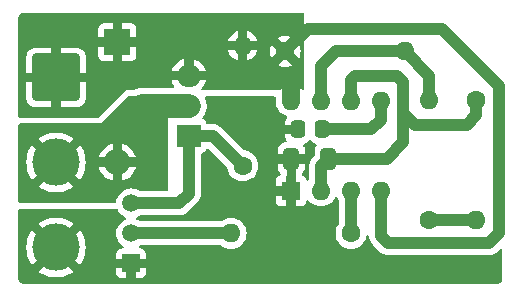
<source format=gbr>
%TF.GenerationSoftware,KiCad,Pcbnew,(6.0.6)*%
%TF.CreationDate,2022-07-21T08:40:51-04:00*%
%TF.ProjectId,electronic_flasher_relay,656c6563-7472-46f6-9e69-635f666c6173,rev?*%
%TF.SameCoordinates,PX5b8d800PY5204180*%
%TF.FileFunction,Copper,L2,Bot*%
%TF.FilePolarity,Positive*%
%FSLAX46Y46*%
G04 Gerber Fmt 4.6, Leading zero omitted, Abs format (unit mm)*
G04 Created by KiCad (PCBNEW (6.0.6)) date 2022-07-21 08:40:51*
%MOMM*%
%LPD*%
G01*
G04 APERTURE LIST*
G04 Aperture macros list*
%AMRoundRect*
0 Rectangle with rounded corners*
0 $1 Rounding radius*
0 $2 $3 $4 $5 $6 $7 $8 $9 X,Y pos of 4 corners*
0 Add a 4 corners polygon primitive as box body*
4,1,4,$2,$3,$4,$5,$6,$7,$8,$9,$2,$3,0*
0 Add four circle primitives for the rounded corners*
1,1,$1+$1,$2,$3*
1,1,$1+$1,$4,$5*
1,1,$1+$1,$6,$7*
1,1,$1+$1,$8,$9*
0 Add four rect primitives between the rounded corners*
20,1,$1+$1,$2,$3,$4,$5,0*
20,1,$1+$1,$4,$5,$6,$7,0*
20,1,$1+$1,$6,$7,$8,$9,0*
20,1,$1+$1,$8,$9,$2,$3,0*%
G04 Aperture macros list end*
%TA.AperFunction,ComponentPad*%
%ADD10RoundRect,0.250000X-1.750000X1.750000X-1.750000X-1.750000X1.750000X-1.750000X1.750000X1.750000X0*%
%TD*%
%TA.AperFunction,ComponentPad*%
%ADD11C,4.000000*%
%TD*%
%TA.AperFunction,SMDPad,CuDef*%
%ADD12RoundRect,0.250000X0.412500X0.650000X-0.412500X0.650000X-0.412500X-0.650000X0.412500X-0.650000X0*%
%TD*%
%TA.AperFunction,ComponentPad*%
%ADD13R,1.600000X1.600000*%
%TD*%
%TA.AperFunction,ComponentPad*%
%ADD14O,1.600000X1.600000*%
%TD*%
%TA.AperFunction,ComponentPad*%
%ADD15C,1.600000*%
%TD*%
%TA.AperFunction,ComponentPad*%
%ADD16R,2.000000X1.905000*%
%TD*%
%TA.AperFunction,ComponentPad*%
%ADD17O,2.000000X1.905000*%
%TD*%
%TA.AperFunction,ComponentPad*%
%ADD18R,1.500000X1.500000*%
%TD*%
%TA.AperFunction,ComponentPad*%
%ADD19C,1.500000*%
%TD*%
%TA.AperFunction,ComponentPad*%
%ADD20R,2.200000X2.200000*%
%TD*%
%TA.AperFunction,ComponentPad*%
%ADD21O,2.200000X2.200000*%
%TD*%
%TA.AperFunction,SMDPad,CuDef*%
%ADD22RoundRect,0.250000X0.337500X0.475000X-0.337500X0.475000X-0.337500X-0.475000X0.337500X-0.475000X0*%
%TD*%
%TA.AperFunction,Conductor*%
%ADD23C,1.500000*%
%TD*%
%TA.AperFunction,Conductor*%
%ADD24C,2.000000*%
%TD*%
%TA.AperFunction,Conductor*%
%ADD25C,1.000000*%
%TD*%
G04 APERTURE END LIST*
D10*
%TO.P,J1,1,Pin_1*%
%TO.N,+12V*%
X4700000Y-7000000D03*
D11*
%TO.P,J1,2,Pin_2*%
%TO.N,/OUT*%
X4700000Y-14200000D03*
%TO.P,J1,3,Pin_3*%
%TO.N,GND*%
X4700000Y-21400000D03*
%TD*%
D12*
%TO.P,C1,1*%
%TO.N,Net-(C1-Pad1)*%
X27762500Y-13900000D03*
%TO.P,C1,2*%
%TO.N,GND*%
X24637500Y-13900000D03*
%TD*%
D13*
%TO.P,U1,1,GND*%
%TO.N,GND*%
X24600000Y-16600000D03*
D14*
%TO.P,U1,2,TR*%
%TO.N,Net-(C1-Pad1)*%
X27140000Y-16600000D03*
%TO.P,U1,3,Q*%
%TO.N,Net-(R4-Pad1)*%
X29680000Y-16600000D03*
%TO.P,U1,4,R*%
%TO.N,+12V*%
X32220000Y-16600000D03*
%TO.P,U1,5,CV*%
%TO.N,Net-(C2-Pad1)*%
X32220000Y-8980000D03*
%TO.P,U1,6,THR*%
%TO.N,Net-(C1-Pad1)*%
X29680000Y-8980000D03*
%TO.P,U1,7,DIS*%
%TO.N,Net-(R1-Pad2)*%
X27140000Y-8980000D03*
%TO.P,U1,8,VCC*%
%TO.N,+12V*%
X24600000Y-8980000D03*
%TD*%
D15*
%TO.P,R5,1*%
%TO.N,Net-(Q1-Pad3)*%
X20500000Y-14480000D03*
D14*
%TO.P,R5,2*%
%TO.N,+12V*%
X20500000Y-4320000D03*
%TD*%
D15*
%TO.P,R4,1*%
%TO.N,Net-(R4-Pad1)*%
X29680000Y-20200000D03*
D14*
%TO.P,R4,2*%
%TO.N,Net-(Q1-Pad2)*%
X19520000Y-20200000D03*
%TD*%
D15*
%TO.P,R3,1*%
%TO.N,Net-(C1-Pad1)*%
X40300000Y-8920000D03*
D14*
%TO.P,R3,2*%
%TO.N,Net-(R2-Pad1)*%
X40300000Y-19080000D03*
%TD*%
D15*
%TO.P,R2,1*%
%TO.N,Net-(R2-Pad1)*%
X36300000Y-19100000D03*
D14*
%TO.P,R2,2*%
%TO.N,Net-(R1-Pad2)*%
X36300000Y-8940000D03*
%TD*%
D15*
%TO.P,R1,1*%
%TO.N,+12V*%
X24100000Y-4800000D03*
D14*
%TO.P,R1,2*%
%TO.N,Net-(R1-Pad2)*%
X34260000Y-4800000D03*
%TD*%
D16*
%TO.P,Q2,1,G*%
%TO.N,Net-(Q1-Pad3)*%
X15945000Y-11940000D03*
D17*
%TO.P,Q2,2,D*%
%TO.N,/OUT*%
X15945000Y-9400000D03*
%TO.P,Q2,3,S*%
%TO.N,+12V*%
X15945000Y-6860000D03*
%TD*%
D18*
%TO.P,Q1,1,E*%
%TO.N,GND*%
X11060000Y-22740000D03*
D19*
%TO.P,Q1,2,B*%
%TO.N,Net-(Q1-Pad2)*%
X11060000Y-20200000D03*
%TO.P,Q1,3,C*%
%TO.N,Net-(Q1-Pad3)*%
X11060000Y-17660000D03*
%TD*%
D20*
%TO.P,D1,1,K*%
%TO.N,+12V*%
X9900000Y-4020000D03*
D21*
%TO.P,D1,2,A*%
%TO.N,/OUT*%
X9900000Y-14180000D03*
%TD*%
D22*
%TO.P,C2,1*%
%TO.N,Net-(C2-Pad1)*%
X27237500Y-11400000D03*
%TO.P,C2,2*%
%TO.N,GND*%
X25162500Y-11400000D03*
%TD*%
D23*
%TO.N,+12V*%
X24600000Y-8980000D02*
X24600000Y-7100000D01*
D24*
%TO.N,/OUT*%
X15945000Y-9400000D02*
X12000000Y-9400000D01*
D25*
%TO.N,Net-(Q1-Pad3)*%
X11060000Y-17660000D02*
X15140000Y-17660000D01*
X15140000Y-17660000D02*
X15945000Y-16855000D01*
X15945000Y-16855000D02*
X15945000Y-11940000D01*
%TO.N,Net-(C1-Pad1)*%
X27762500Y-13900000D02*
X32700000Y-13900000D01*
X32700000Y-13900000D02*
X34100000Y-12500000D01*
X34100000Y-12500000D02*
X34100000Y-10000000D01*
X27140000Y-16600000D02*
X27140000Y-14522500D01*
X27140000Y-14522500D02*
X27762500Y-13900000D01*
%TO.N,Net-(C2-Pad1)*%
X27237500Y-11400000D02*
X31400000Y-11400000D01*
X31400000Y-11400000D02*
X32220000Y-10580000D01*
X32220000Y-10580000D02*
X32220000Y-8980000D01*
%TO.N,+12V*%
X32220000Y-16600000D02*
X32220000Y-20420000D01*
X32220000Y-20420000D02*
X32800000Y-21000000D01*
X32800000Y-21000000D02*
X41400000Y-21000000D01*
X41400000Y-21000000D02*
X42200000Y-20200000D01*
X26000000Y-2900000D02*
X24100000Y-4800000D01*
X42200000Y-20200000D02*
X42200000Y-7700000D01*
X42200000Y-7700000D02*
X37400000Y-2900000D01*
X37400000Y-2900000D02*
X26000000Y-2900000D01*
%TO.N,Net-(C1-Pad1)*%
X29680000Y-8980000D02*
X29680000Y-7220000D01*
X29680000Y-7220000D02*
X30000000Y-6900000D01*
X34100000Y-7400000D02*
X34100000Y-10000000D01*
X30000000Y-6900000D02*
X33600000Y-6900000D01*
X39500000Y-11000000D02*
X40300000Y-10200000D01*
X33600000Y-6900000D02*
X34100000Y-7400000D01*
X34100000Y-10000000D02*
X35100000Y-11000000D01*
X35100000Y-11000000D02*
X39500000Y-11000000D01*
X40300000Y-10200000D02*
X40300000Y-8920000D01*
%TO.N,Net-(R1-Pad2)*%
X36300000Y-8940000D02*
X36300000Y-6840000D01*
X36300000Y-6840000D02*
X34260000Y-4800000D01*
X34260000Y-4800000D02*
X28400000Y-4800000D01*
X28400000Y-4800000D02*
X27140000Y-6060000D01*
X27140000Y-6060000D02*
X27140000Y-8980000D01*
%TO.N,Net-(R2-Pad1)*%
X36300000Y-19100000D02*
X40280000Y-19100000D01*
%TO.N,Net-(Q1-Pad2)*%
X19520000Y-20200000D02*
X11060000Y-20200000D01*
%TO.N,Net-(R4-Pad1)*%
X29680000Y-16600000D02*
X29680000Y-20200000D01*
%TO.N,Net-(Q1-Pad3)*%
X15945000Y-11940000D02*
X17960000Y-11940000D01*
X17960000Y-11940000D02*
X20500000Y-14480000D01*
%TD*%
%TA.AperFunction,Conductor*%
%TO.N,+12V*%
G36*
X25642121Y-1528502D02*
G01*
X25688614Y-1582158D01*
X25700000Y-1634500D01*
X25700000Y-7926019D01*
X25679998Y-7994140D01*
X25626342Y-8040633D01*
X25556068Y-8050737D01*
X25491488Y-8021243D01*
X25484905Y-8015114D01*
X25447875Y-7978084D01*
X25439467Y-7971028D01*
X25261007Y-7846069D01*
X25251511Y-7840586D01*
X25054050Y-7748509D01*
X25043760Y-7744764D01*
X25017499Y-7737727D01*
X25003401Y-7738062D01*
X25000000Y-7746003D01*
X25000000Y-8100000D01*
X24200000Y-8100000D01*
X24200000Y-7751153D01*
X24196027Y-7737622D01*
X24187479Y-7736393D01*
X24156240Y-7744764D01*
X24145950Y-7748509D01*
X23948489Y-7840586D01*
X23938993Y-7846069D01*
X23760533Y-7971028D01*
X23752125Y-7978084D01*
X23667114Y-8063095D01*
X23604802Y-8097121D01*
X23578019Y-8100000D01*
X17125656Y-8100000D01*
X17057535Y-8079998D01*
X17011042Y-8026342D01*
X17000938Y-7956068D01*
X17030432Y-7891488D01*
X17040857Y-7880806D01*
X17060481Y-7862950D01*
X17067506Y-7855417D01*
X17209945Y-7675056D01*
X17215650Y-7666469D01*
X17326714Y-7465278D01*
X17330944Y-7455866D01*
X17394257Y-7277076D01*
X17395029Y-7262996D01*
X17389318Y-7260000D01*
X14509740Y-7260000D01*
X14496209Y-7263973D01*
X14495205Y-7270955D01*
X14544898Y-7422988D01*
X14548895Y-7432497D01*
X14655011Y-7636344D01*
X14660505Y-7645069D01*
X14694126Y-7689847D01*
X14719032Y-7756331D01*
X14704040Y-7825727D01*
X14653910Y-7876001D01*
X14593366Y-7891500D01*
X11938999Y-7891500D01*
X11936491Y-7891702D01*
X11936486Y-7891702D01*
X11763076Y-7905654D01*
X11763071Y-7905655D01*
X11758035Y-7906060D01*
X11753127Y-7907266D01*
X11753124Y-7907266D01*
X11554437Y-7956068D01*
X11522294Y-7963963D01*
X11517642Y-7965938D01*
X11517638Y-7965939D01*
X11406372Y-8013169D01*
X11298844Y-8058812D01*
X11264214Y-8080620D01*
X11197071Y-8100000D01*
X10600000Y-8100000D01*
X8336905Y-10363095D01*
X8274593Y-10397121D01*
X8247810Y-10400000D01*
X1634500Y-10400000D01*
X1566379Y-10379998D01*
X1519886Y-10326342D01*
X1508500Y-10274000D01*
X1508500Y-8797095D01*
X2192001Y-8797095D01*
X2192338Y-8803614D01*
X2202257Y-8899206D01*
X2205149Y-8912600D01*
X2256588Y-9066784D01*
X2262761Y-9079962D01*
X2348063Y-9217807D01*
X2357099Y-9229208D01*
X2471829Y-9343739D01*
X2483240Y-9352751D01*
X2621243Y-9437816D01*
X2634424Y-9443963D01*
X2788710Y-9495138D01*
X2802086Y-9498005D01*
X2896438Y-9507672D01*
X2902854Y-9508000D01*
X4281885Y-9508000D01*
X4297124Y-9503525D01*
X4298329Y-9502135D01*
X4300000Y-9494452D01*
X4300000Y-9489884D01*
X5100000Y-9489884D01*
X5104475Y-9505123D01*
X5105865Y-9506328D01*
X5113548Y-9507999D01*
X6497095Y-9507999D01*
X6503614Y-9507662D01*
X6599206Y-9497743D01*
X6612600Y-9494851D01*
X6766784Y-9443412D01*
X6779962Y-9437239D01*
X6917807Y-9351937D01*
X6929208Y-9342901D01*
X7043739Y-9228171D01*
X7052751Y-9216760D01*
X7137816Y-9078757D01*
X7143963Y-9065576D01*
X7195138Y-8911290D01*
X7198005Y-8897914D01*
X7207672Y-8803562D01*
X7208000Y-8797146D01*
X7208000Y-7418115D01*
X7203525Y-7402876D01*
X7202135Y-7401671D01*
X7194452Y-7400000D01*
X5118115Y-7400000D01*
X5102876Y-7404475D01*
X5101671Y-7405865D01*
X5100000Y-7413548D01*
X5100000Y-9489884D01*
X4300000Y-9489884D01*
X4300000Y-7418115D01*
X4295525Y-7402876D01*
X4294135Y-7401671D01*
X4286452Y-7400000D01*
X2210116Y-7400000D01*
X2194877Y-7404475D01*
X2193672Y-7405865D01*
X2192001Y-7413548D01*
X2192001Y-8797095D01*
X1508500Y-8797095D01*
X1508500Y-6581885D01*
X2192000Y-6581885D01*
X2196475Y-6597124D01*
X2197865Y-6598329D01*
X2205548Y-6600000D01*
X4281885Y-6600000D01*
X4297124Y-6595525D01*
X4298329Y-6594135D01*
X4300000Y-6586452D01*
X4300000Y-6581885D01*
X5100000Y-6581885D01*
X5104475Y-6597124D01*
X5105865Y-6598329D01*
X5113548Y-6600000D01*
X7189884Y-6600000D01*
X7205123Y-6595525D01*
X7206328Y-6594135D01*
X7207999Y-6586452D01*
X7207999Y-6457004D01*
X14494971Y-6457004D01*
X14500682Y-6460000D01*
X15526885Y-6460000D01*
X15542124Y-6455525D01*
X15543329Y-6454135D01*
X15545000Y-6446452D01*
X15545000Y-6441885D01*
X16345000Y-6441885D01*
X16349475Y-6457124D01*
X16350865Y-6458329D01*
X16358548Y-6460000D01*
X17380260Y-6460000D01*
X17393791Y-6456027D01*
X17394795Y-6449045D01*
X17345102Y-6297012D01*
X17341105Y-6287503D01*
X17234989Y-6083656D01*
X17229495Y-6074931D01*
X17145993Y-5963717D01*
X23507587Y-5963717D01*
X23511330Y-5968717D01*
X23645947Y-6031490D01*
X23656239Y-6035236D01*
X23866688Y-6091625D01*
X23877481Y-6093528D01*
X24094525Y-6112517D01*
X24105475Y-6112517D01*
X24322519Y-6093528D01*
X24333312Y-6091625D01*
X24543761Y-6035236D01*
X24554053Y-6031490D01*
X24682046Y-5971806D01*
X24692630Y-5962487D01*
X24690823Y-5956509D01*
X24112811Y-5378496D01*
X24098868Y-5370883D01*
X24097034Y-5371014D01*
X24090420Y-5375265D01*
X23514344Y-5951342D01*
X23507587Y-5963717D01*
X17145993Y-5963717D01*
X17091507Y-5891148D01*
X17084664Y-5883441D01*
X16918509Y-5724661D01*
X16910499Y-5718174D01*
X16720653Y-5588670D01*
X16711679Y-5583571D01*
X16503227Y-5486812D01*
X16493550Y-5483251D01*
X16362459Y-5446896D01*
X16348356Y-5447109D01*
X16345000Y-5454760D01*
X16345000Y-6441885D01*
X15545000Y-6441885D01*
X15545000Y-5460709D01*
X15541027Y-5447178D01*
X15531947Y-5445873D01*
X15430229Y-5471422D01*
X15420481Y-5474741D01*
X15209711Y-5566385D01*
X15200636Y-5571251D01*
X15007673Y-5696085D01*
X14999502Y-5702378D01*
X14829520Y-5857050D01*
X14822494Y-5864583D01*
X14680055Y-6044944D01*
X14674350Y-6053531D01*
X14563286Y-6254722D01*
X14559056Y-6264134D01*
X14495743Y-6442924D01*
X14494971Y-6457004D01*
X7207999Y-6457004D01*
X7207999Y-5202905D01*
X7207662Y-5196386D01*
X7204371Y-5164669D01*
X8292001Y-5164669D01*
X8292371Y-5171490D01*
X8297895Y-5222352D01*
X8301521Y-5237604D01*
X8346676Y-5358054D01*
X8355214Y-5373649D01*
X8431715Y-5475724D01*
X8444276Y-5488285D01*
X8546351Y-5564786D01*
X8561946Y-5573324D01*
X8682394Y-5618478D01*
X8697649Y-5622105D01*
X8748514Y-5627631D01*
X8755328Y-5628000D01*
X9481885Y-5628000D01*
X9497124Y-5623525D01*
X9498329Y-5622135D01*
X9500000Y-5614452D01*
X9500000Y-5609884D01*
X10300000Y-5609884D01*
X10304475Y-5625123D01*
X10305865Y-5626328D01*
X10313548Y-5627999D01*
X11044669Y-5627999D01*
X11051490Y-5627629D01*
X11102352Y-5622105D01*
X11117604Y-5618479D01*
X11238054Y-5573324D01*
X11253649Y-5564786D01*
X11355724Y-5488285D01*
X11368285Y-5475724D01*
X11444786Y-5373649D01*
X11453324Y-5358054D01*
X11498478Y-5237606D01*
X11502105Y-5222351D01*
X11507631Y-5171486D01*
X11508000Y-5164672D01*
X11508000Y-4732521D01*
X19256393Y-4732521D01*
X19264764Y-4763760D01*
X19268509Y-4774050D01*
X19360586Y-4971511D01*
X19366069Y-4981007D01*
X19491028Y-5159467D01*
X19498084Y-5167875D01*
X19652125Y-5321916D01*
X19660533Y-5328972D01*
X19838993Y-5453931D01*
X19848489Y-5459414D01*
X20045950Y-5551491D01*
X20056240Y-5555236D01*
X20082501Y-5562273D01*
X20096599Y-5561938D01*
X20100000Y-5553997D01*
X20100000Y-5548847D01*
X20900000Y-5548847D01*
X20903973Y-5562378D01*
X20912521Y-5563607D01*
X20943760Y-5555236D01*
X20954050Y-5551491D01*
X21151511Y-5459414D01*
X21161007Y-5453931D01*
X21339467Y-5328972D01*
X21347875Y-5321916D01*
X21501916Y-5167875D01*
X21508972Y-5159467D01*
X21633931Y-4981007D01*
X21639414Y-4971511D01*
X21716837Y-4805475D01*
X22787483Y-4805475D01*
X22806472Y-5022519D01*
X22808375Y-5033312D01*
X22864764Y-5243761D01*
X22868510Y-5254053D01*
X22928194Y-5382046D01*
X22937513Y-5392630D01*
X22943491Y-5390823D01*
X23521504Y-4812811D01*
X23527881Y-4801132D01*
X24670883Y-4801132D01*
X24671014Y-4802966D01*
X24675265Y-4809580D01*
X25251342Y-5385656D01*
X25263717Y-5392413D01*
X25268717Y-5388670D01*
X25331490Y-5254053D01*
X25335236Y-5243761D01*
X25391625Y-5033312D01*
X25393528Y-5022519D01*
X25412517Y-4805475D01*
X25412517Y-4794525D01*
X25393528Y-4577481D01*
X25391625Y-4566688D01*
X25335236Y-4356239D01*
X25331490Y-4345947D01*
X25271806Y-4217954D01*
X25262487Y-4207370D01*
X25256509Y-4209177D01*
X24678496Y-4787189D01*
X24670883Y-4801132D01*
X23527881Y-4801132D01*
X23529117Y-4798868D01*
X23528986Y-4797034D01*
X23524735Y-4790420D01*
X22948658Y-4214344D01*
X22936283Y-4207587D01*
X22931283Y-4211330D01*
X22868510Y-4345947D01*
X22864764Y-4356239D01*
X22808375Y-4566688D01*
X22806472Y-4577481D01*
X22787483Y-4794525D01*
X22787483Y-4805475D01*
X21716837Y-4805475D01*
X21731491Y-4774050D01*
X21735236Y-4763760D01*
X21742273Y-4737499D01*
X21741938Y-4723401D01*
X21733997Y-4720000D01*
X20918115Y-4720000D01*
X20902876Y-4724475D01*
X20901671Y-4725865D01*
X20900000Y-4733548D01*
X20900000Y-5548847D01*
X20100000Y-5548847D01*
X20100000Y-4738115D01*
X20095525Y-4722876D01*
X20094135Y-4721671D01*
X20086452Y-4720000D01*
X19271153Y-4720000D01*
X19257622Y-4723973D01*
X19256393Y-4732521D01*
X11508000Y-4732521D01*
X11508000Y-4438115D01*
X11503525Y-4422876D01*
X11502135Y-4421671D01*
X11494452Y-4420000D01*
X10318115Y-4420000D01*
X10302876Y-4424475D01*
X10301671Y-4425865D01*
X10300000Y-4433548D01*
X10300000Y-5609884D01*
X9500000Y-5609884D01*
X9500000Y-4438115D01*
X9495525Y-4422876D01*
X9494135Y-4421671D01*
X9486452Y-4420000D01*
X8310116Y-4420000D01*
X8294877Y-4424475D01*
X8293672Y-4425865D01*
X8292001Y-4433548D01*
X8292001Y-5164669D01*
X7204371Y-5164669D01*
X7197743Y-5100794D01*
X7194851Y-5087400D01*
X7143412Y-4933216D01*
X7137239Y-4920038D01*
X7051937Y-4782193D01*
X7042901Y-4770792D01*
X6928171Y-4656261D01*
X6916760Y-4647249D01*
X6778757Y-4562184D01*
X6765576Y-4556037D01*
X6611290Y-4504862D01*
X6597914Y-4501995D01*
X6503562Y-4492328D01*
X6497145Y-4492000D01*
X5118115Y-4492000D01*
X5102876Y-4496475D01*
X5101671Y-4497865D01*
X5100000Y-4505548D01*
X5100000Y-6581885D01*
X4300000Y-6581885D01*
X4300000Y-4510116D01*
X4295525Y-4494877D01*
X4294135Y-4493672D01*
X4286452Y-4492001D01*
X2902905Y-4492001D01*
X2896386Y-4492338D01*
X2800794Y-4502257D01*
X2787400Y-4505149D01*
X2633216Y-4556588D01*
X2620038Y-4562761D01*
X2482193Y-4648063D01*
X2470792Y-4657099D01*
X2356261Y-4771829D01*
X2347249Y-4783240D01*
X2262184Y-4921243D01*
X2256037Y-4934424D01*
X2204862Y-5088710D01*
X2201995Y-5102086D01*
X2192328Y-5196438D01*
X2192000Y-5202855D01*
X2192000Y-6581885D01*
X1508500Y-6581885D01*
X1508500Y-3902501D01*
X19257727Y-3902501D01*
X19258062Y-3916599D01*
X19266003Y-3920000D01*
X20081885Y-3920000D01*
X20097124Y-3915525D01*
X20098329Y-3914135D01*
X20100000Y-3906452D01*
X20100000Y-3901885D01*
X20900000Y-3901885D01*
X20904475Y-3917124D01*
X20905865Y-3918329D01*
X20913548Y-3920000D01*
X21728847Y-3920000D01*
X21742378Y-3916027D01*
X21743607Y-3907479D01*
X21735236Y-3876240D01*
X21731491Y-3865950D01*
X21639414Y-3668489D01*
X21633931Y-3658993D01*
X21618891Y-3637513D01*
X23507370Y-3637513D01*
X23509177Y-3643491D01*
X24087189Y-4221504D01*
X24101132Y-4229117D01*
X24102966Y-4228986D01*
X24109580Y-4224735D01*
X24685656Y-3648658D01*
X24692413Y-3636283D01*
X24688670Y-3631283D01*
X24554053Y-3568510D01*
X24543761Y-3564764D01*
X24333312Y-3508375D01*
X24322519Y-3506472D01*
X24105475Y-3487483D01*
X24094525Y-3487483D01*
X23877481Y-3506472D01*
X23866688Y-3508375D01*
X23656239Y-3564764D01*
X23645947Y-3568510D01*
X23517954Y-3628194D01*
X23507370Y-3637513D01*
X21618891Y-3637513D01*
X21508972Y-3480533D01*
X21501916Y-3472125D01*
X21347875Y-3318084D01*
X21339467Y-3311028D01*
X21161007Y-3186069D01*
X21151511Y-3180586D01*
X20954050Y-3088509D01*
X20943760Y-3084764D01*
X20917499Y-3077727D01*
X20903401Y-3078062D01*
X20900000Y-3086003D01*
X20900000Y-3901885D01*
X20100000Y-3901885D01*
X20100000Y-3091153D01*
X20096027Y-3077622D01*
X20087479Y-3076393D01*
X20056240Y-3084764D01*
X20045950Y-3088509D01*
X19848489Y-3180586D01*
X19838993Y-3186069D01*
X19660533Y-3311028D01*
X19652125Y-3318084D01*
X19498084Y-3472125D01*
X19491028Y-3480533D01*
X19366069Y-3658993D01*
X19360586Y-3668489D01*
X19268509Y-3865950D01*
X19264764Y-3876240D01*
X19257727Y-3902501D01*
X1508500Y-3902501D01*
X1508500Y-3601885D01*
X8292000Y-3601885D01*
X8296475Y-3617124D01*
X8297865Y-3618329D01*
X8305548Y-3620000D01*
X9481885Y-3620000D01*
X9497124Y-3615525D01*
X9498329Y-3614135D01*
X9500000Y-3606452D01*
X9500000Y-3601885D01*
X10300000Y-3601885D01*
X10304475Y-3617124D01*
X10305865Y-3618329D01*
X10313548Y-3620000D01*
X11489884Y-3620000D01*
X11505123Y-3615525D01*
X11506328Y-3614135D01*
X11507999Y-3606452D01*
X11507999Y-2875331D01*
X11507629Y-2868510D01*
X11502105Y-2817648D01*
X11498479Y-2802396D01*
X11453324Y-2681946D01*
X11444786Y-2666351D01*
X11368285Y-2564276D01*
X11355724Y-2551715D01*
X11253649Y-2475214D01*
X11238054Y-2466676D01*
X11117606Y-2421522D01*
X11102351Y-2417895D01*
X11051486Y-2412369D01*
X11044672Y-2412000D01*
X10318115Y-2412000D01*
X10302876Y-2416475D01*
X10301671Y-2417865D01*
X10300000Y-2425548D01*
X10300000Y-3601885D01*
X9500000Y-3601885D01*
X9500000Y-2430116D01*
X9495525Y-2414877D01*
X9494135Y-2413672D01*
X9486452Y-2412001D01*
X8755331Y-2412001D01*
X8748510Y-2412371D01*
X8697648Y-2417895D01*
X8682396Y-2421521D01*
X8561946Y-2466676D01*
X8546351Y-2475214D01*
X8444276Y-2551715D01*
X8431715Y-2564276D01*
X8355214Y-2666351D01*
X8346676Y-2681946D01*
X8301522Y-2802394D01*
X8297895Y-2817649D01*
X8292369Y-2868514D01*
X8292000Y-2875328D01*
X8292000Y-3601885D01*
X1508500Y-3601885D01*
X1508500Y-2053250D01*
X1510246Y-2032345D01*
X1512770Y-2017344D01*
X1512770Y-2017341D01*
X1513576Y-2012552D01*
X1513729Y-2000000D01*
X1513040Y-1995188D01*
X1512723Y-1990327D01*
X1513008Y-1990308D01*
X1512607Y-1963549D01*
X1519234Y-1904736D01*
X1525513Y-1877229D01*
X1552485Y-1800147D01*
X1564727Y-1774726D01*
X1608178Y-1705574D01*
X1625770Y-1683515D01*
X1683515Y-1625770D01*
X1705574Y-1608178D01*
X1774726Y-1564727D01*
X1800147Y-1552485D01*
X1877228Y-1525513D01*
X1904736Y-1519234D01*
X1960226Y-1512982D01*
X1975868Y-1513077D01*
X1975879Y-1512200D01*
X1984851Y-1512310D01*
X1993724Y-1513691D01*
X2002626Y-1512527D01*
X2002628Y-1512527D01*
X2017677Y-1510559D01*
X2025286Y-1509564D01*
X2041621Y-1508500D01*
X25574000Y-1508500D01*
X25642121Y-1528502D01*
G37*
%TD.AperFunction*%
%TD*%
%TA.AperFunction,Conductor*%
%TO.N,/OUT*%
G36*
X14142121Y-8620002D02*
G01*
X14188614Y-8673658D01*
X14200000Y-8726000D01*
X14200000Y-16525500D01*
X14179998Y-16593621D01*
X14126342Y-16640114D01*
X14074000Y-16651500D01*
X11853568Y-16651500D01*
X11781297Y-16628713D01*
X11776218Y-16625156D01*
X11691654Y-16565944D01*
X11492076Y-16472880D01*
X11279371Y-16415885D01*
X11060000Y-16396693D01*
X10840629Y-16415885D01*
X10627924Y-16472880D01*
X10534562Y-16516415D01*
X10433334Y-16563618D01*
X10433329Y-16563621D01*
X10428347Y-16565944D01*
X10423840Y-16569100D01*
X10423838Y-16569101D01*
X10252473Y-16689092D01*
X10252470Y-16689094D01*
X10247962Y-16692251D01*
X10092251Y-16847962D01*
X10089094Y-16852470D01*
X10089092Y-16852473D01*
X9969101Y-17023838D01*
X9965944Y-17028347D01*
X9963621Y-17033329D01*
X9963618Y-17033334D01*
X9916415Y-17134562D01*
X9872880Y-17227924D01*
X9815885Y-17440629D01*
X9812005Y-17484981D01*
X9786142Y-17551099D01*
X9728639Y-17592739D01*
X9686484Y-17600000D01*
X1634500Y-17600000D01*
X1566379Y-17579998D01*
X1519886Y-17526342D01*
X1508500Y-17474000D01*
X1508500Y-16232873D01*
X3238310Y-16232873D01*
X3247139Y-16244493D01*
X3350280Y-16319430D01*
X3356961Y-16323670D01*
X3626572Y-16471890D01*
X3633707Y-16475247D01*
X3919770Y-16588508D01*
X3927296Y-16590953D01*
X4225279Y-16667462D01*
X4233050Y-16668945D01*
X4538278Y-16707503D01*
X4546169Y-16708000D01*
X4853831Y-16708000D01*
X4861722Y-16707503D01*
X5166950Y-16668945D01*
X5174721Y-16667462D01*
X5472704Y-16590953D01*
X5480230Y-16588508D01*
X5766293Y-16475247D01*
X5773428Y-16471890D01*
X6043039Y-16323670D01*
X6049720Y-16319430D01*
X6153234Y-16244223D01*
X6161657Y-16233300D01*
X6154753Y-16220439D01*
X4712810Y-14778495D01*
X4698869Y-14770883D01*
X4697034Y-14771014D01*
X4690420Y-14775265D01*
X3244923Y-16220763D01*
X3238310Y-16232873D01*
X1508500Y-16232873D01*
X1508500Y-14203958D01*
X2187290Y-14203958D01*
X2206607Y-14510994D01*
X2207600Y-14518855D01*
X2265246Y-14821046D01*
X2267217Y-14828723D01*
X2362284Y-15121309D01*
X2365199Y-15128672D01*
X2496189Y-15407041D01*
X2500001Y-15413974D01*
X2653484Y-15655825D01*
X2664090Y-15665122D01*
X2673363Y-15660951D01*
X4121505Y-14212810D01*
X4127882Y-14201131D01*
X5270883Y-14201131D01*
X5271014Y-14202966D01*
X5275265Y-14209580D01*
X6723996Y-15658310D01*
X6736376Y-15665070D01*
X6744515Y-15658978D01*
X6899999Y-15413974D01*
X6903811Y-15407041D01*
X7034801Y-15128672D01*
X7037716Y-15121309D01*
X7132783Y-14828723D01*
X7134754Y-14821046D01*
X7178174Y-14593431D01*
X8345564Y-14593431D01*
X8364817Y-14673624D01*
X8367866Y-14683009D01*
X8460936Y-14907700D01*
X8465417Y-14916494D01*
X8592496Y-15123867D01*
X8598289Y-15131840D01*
X8756249Y-15316787D01*
X8763213Y-15323751D01*
X8948160Y-15481711D01*
X8956133Y-15487504D01*
X9163506Y-15614583D01*
X9172300Y-15619064D01*
X9396991Y-15712134D01*
X9406376Y-15715183D01*
X9482384Y-15733431D01*
X9496470Y-15732726D01*
X9500000Y-15723847D01*
X9500000Y-15719545D01*
X10300000Y-15719545D01*
X10303973Y-15733076D01*
X10313431Y-15734436D01*
X10393624Y-15715183D01*
X10403009Y-15712134D01*
X10627700Y-15619064D01*
X10636494Y-15614583D01*
X10843867Y-15487504D01*
X10851840Y-15481711D01*
X11036787Y-15323751D01*
X11043751Y-15316787D01*
X11201711Y-15131840D01*
X11207504Y-15123867D01*
X11334583Y-14916494D01*
X11339064Y-14907700D01*
X11432134Y-14683009D01*
X11435183Y-14673624D01*
X11453431Y-14597616D01*
X11452726Y-14583530D01*
X11443847Y-14580000D01*
X10318115Y-14580000D01*
X10302876Y-14584475D01*
X10301671Y-14585865D01*
X10300000Y-14593548D01*
X10300000Y-15719545D01*
X9500000Y-15719545D01*
X9500000Y-14598115D01*
X9495525Y-14582876D01*
X9494135Y-14581671D01*
X9486452Y-14580000D01*
X8360455Y-14580000D01*
X8346924Y-14583973D01*
X8345564Y-14593431D01*
X7178174Y-14593431D01*
X7192400Y-14518855D01*
X7193393Y-14510994D01*
X7212710Y-14203958D01*
X7212710Y-14196042D01*
X7193393Y-13889006D01*
X7192400Y-13881145D01*
X7169745Y-13762384D01*
X8346569Y-13762384D01*
X8347274Y-13776470D01*
X8356153Y-13780000D01*
X9481885Y-13780000D01*
X9497124Y-13775525D01*
X9498329Y-13774135D01*
X9500000Y-13766452D01*
X9500000Y-13761885D01*
X10300000Y-13761885D01*
X10304475Y-13777124D01*
X10305865Y-13778329D01*
X10313548Y-13780000D01*
X11439545Y-13780000D01*
X11453076Y-13776027D01*
X11454436Y-13766569D01*
X11435183Y-13686376D01*
X11432134Y-13676991D01*
X11339064Y-13452300D01*
X11334583Y-13443506D01*
X11207504Y-13236133D01*
X11201711Y-13228160D01*
X11043751Y-13043213D01*
X11036787Y-13036249D01*
X10851840Y-12878289D01*
X10843867Y-12872496D01*
X10636494Y-12745417D01*
X10627700Y-12740936D01*
X10403009Y-12647866D01*
X10393624Y-12644817D01*
X10317616Y-12626569D01*
X10303530Y-12627274D01*
X10300000Y-12636153D01*
X10300000Y-13761885D01*
X9500000Y-13761885D01*
X9500000Y-12640455D01*
X9496027Y-12626924D01*
X9486569Y-12625564D01*
X9406376Y-12644817D01*
X9396991Y-12647866D01*
X9172300Y-12740936D01*
X9163506Y-12745417D01*
X8956133Y-12872496D01*
X8948160Y-12878289D01*
X8763213Y-13036249D01*
X8756249Y-13043213D01*
X8598289Y-13228160D01*
X8592496Y-13236133D01*
X8465417Y-13443506D01*
X8460936Y-13452300D01*
X8367866Y-13676991D01*
X8364817Y-13686376D01*
X8346569Y-13762384D01*
X7169745Y-13762384D01*
X7134754Y-13578954D01*
X7132783Y-13571277D01*
X7037716Y-13278691D01*
X7034801Y-13271328D01*
X6903811Y-12992959D01*
X6899999Y-12986026D01*
X6746516Y-12744175D01*
X6735910Y-12734878D01*
X6726637Y-12739049D01*
X5278495Y-14187190D01*
X5270883Y-14201131D01*
X4127882Y-14201131D01*
X4129117Y-14198869D01*
X4128986Y-14197034D01*
X4124735Y-14190420D01*
X2676004Y-12741690D01*
X2663624Y-12734930D01*
X2655485Y-12741022D01*
X2500001Y-12986026D01*
X2496189Y-12992959D01*
X2365199Y-13271328D01*
X2362284Y-13278691D01*
X2267217Y-13571277D01*
X2265246Y-13578954D01*
X2207600Y-13881145D01*
X2206607Y-13889006D01*
X2187290Y-14196042D01*
X2187290Y-14203958D01*
X1508500Y-14203958D01*
X1508500Y-12166700D01*
X3238343Y-12166700D01*
X3245247Y-12179561D01*
X4687190Y-13621505D01*
X4701131Y-13629117D01*
X4702966Y-13628986D01*
X4709580Y-13624735D01*
X6155077Y-12179237D01*
X6161690Y-12167127D01*
X6152861Y-12155507D01*
X6049720Y-12080570D01*
X6043039Y-12076330D01*
X5773428Y-11928110D01*
X5766293Y-11924753D01*
X5480230Y-11811492D01*
X5472704Y-11809047D01*
X5174721Y-11732538D01*
X5166950Y-11731055D01*
X4861722Y-11692497D01*
X4853831Y-11692000D01*
X4546169Y-11692000D01*
X4538278Y-11692497D01*
X4233050Y-11731055D01*
X4225279Y-11732538D01*
X3927296Y-11809047D01*
X3919770Y-11811492D01*
X3633707Y-11924753D01*
X3626572Y-11928110D01*
X3356961Y-12076330D01*
X3350280Y-12080570D01*
X3246766Y-12155777D01*
X3238343Y-12166700D01*
X1508500Y-12166700D01*
X1508500Y-11026000D01*
X1528502Y-10957879D01*
X1582158Y-10911386D01*
X1634500Y-10900000D01*
X8500000Y-10900000D01*
X10763095Y-8636905D01*
X10825407Y-8602879D01*
X10852190Y-8600000D01*
X14074000Y-8600000D01*
X14142121Y-8620002D01*
G37*
%TD.AperFunction*%
%TD*%
%TA.AperFunction,Conductor*%
%TO.N,GND*%
G36*
X23249309Y-8633502D02*
G01*
X23295802Y-8687158D01*
X23304046Y-8751702D01*
X23306457Y-8751913D01*
X23286502Y-8980000D01*
X23306457Y-9208087D01*
X23307881Y-9213400D01*
X23307881Y-9213402D01*
X23334968Y-9314489D01*
X23365716Y-9429243D01*
X23368039Y-9434224D01*
X23368039Y-9434225D01*
X23460151Y-9631762D01*
X23460154Y-9631767D01*
X23462477Y-9636749D01*
X23512059Y-9707559D01*
X23565794Y-9784300D01*
X23593802Y-9824300D01*
X23755700Y-9986198D01*
X23760208Y-9989355D01*
X23760211Y-9989357D01*
X23763272Y-9991500D01*
X23943251Y-10117523D01*
X23948233Y-10119846D01*
X23948238Y-10119849D01*
X24145775Y-10211961D01*
X24150757Y-10214284D01*
X24156062Y-10215706D01*
X24156069Y-10215708D01*
X24186831Y-10223950D01*
X24247454Y-10260901D01*
X24278476Y-10324762D01*
X24270048Y-10395256D01*
X24243394Y-10434675D01*
X24231261Y-10446829D01*
X24222249Y-10458240D01*
X24137184Y-10596243D01*
X24131037Y-10609424D01*
X24079862Y-10763710D01*
X24076995Y-10777086D01*
X24067328Y-10871438D01*
X24067000Y-10877855D01*
X24067000Y-10981885D01*
X24071475Y-10997124D01*
X24072865Y-10998329D01*
X24080548Y-11000000D01*
X25436500Y-11000000D01*
X25504621Y-11020002D01*
X25551114Y-11073658D01*
X25562500Y-11126000D01*
X25562500Y-11674000D01*
X25542498Y-11742121D01*
X25488842Y-11788614D01*
X25436500Y-11800000D01*
X24085116Y-11800000D01*
X24069877Y-11804475D01*
X24068672Y-11805865D01*
X24067001Y-11813548D01*
X24067001Y-11922095D01*
X24067338Y-11928614D01*
X24077257Y-12024206D01*
X24080149Y-12037600D01*
X24131588Y-12191784D01*
X24137761Y-12204962D01*
X24201145Y-12307388D01*
X24219983Y-12375840D01*
X24198822Y-12443609D01*
X24144381Y-12489180D01*
X24107005Y-12499018D01*
X24075794Y-12502257D01*
X24062400Y-12505149D01*
X23908216Y-12556588D01*
X23895038Y-12562761D01*
X23757193Y-12648063D01*
X23745792Y-12657099D01*
X23631261Y-12771829D01*
X23622249Y-12783240D01*
X23537184Y-12921243D01*
X23531037Y-12934424D01*
X23479862Y-13088710D01*
X23476995Y-13102086D01*
X23467328Y-13196438D01*
X23467000Y-13202855D01*
X23467000Y-13481885D01*
X23471475Y-13497124D01*
X23472865Y-13498329D01*
X23480548Y-13500000D01*
X25789884Y-13500000D01*
X25805123Y-13495525D01*
X25806328Y-13494135D01*
X25807999Y-13486452D01*
X25807999Y-13202905D01*
X25807662Y-13196386D01*
X25797743Y-13100794D01*
X25794851Y-13087400D01*
X25743412Y-12933216D01*
X25737238Y-12920038D01*
X25654297Y-12786006D01*
X25635459Y-12717554D01*
X25656620Y-12649784D01*
X25711061Y-12604213D01*
X25721565Y-12600179D01*
X25816784Y-12568412D01*
X25829962Y-12562239D01*
X25967807Y-12476937D01*
X25979208Y-12467901D01*
X26093738Y-12353172D01*
X26100794Y-12344238D01*
X26158712Y-12303177D01*
X26229635Y-12299947D01*
X26291046Y-12335574D01*
X26297846Y-12343407D01*
X26301522Y-12349348D01*
X26426697Y-12474305D01*
X26432927Y-12478145D01*
X26432928Y-12478146D01*
X26570199Y-12562761D01*
X26577262Y-12567115D01*
X26656602Y-12593431D01*
X26677354Y-12600314D01*
X26735714Y-12640745D01*
X26762951Y-12706309D01*
X26750418Y-12776190D01*
X26744959Y-12786003D01*
X26657885Y-12927262D01*
X26650841Y-12948500D01*
X26609511Y-13073107D01*
X26602203Y-13095139D01*
X26591500Y-13199600D01*
X26591500Y-13592576D01*
X26571498Y-13660697D01*
X26554595Y-13681671D01*
X26470621Y-13765645D01*
X26460478Y-13774747D01*
X26430975Y-13798468D01*
X26427008Y-13803196D01*
X26398709Y-13836921D01*
X26395528Y-13840569D01*
X26393885Y-13842381D01*
X26391691Y-13844575D01*
X26364358Y-13877849D01*
X26363696Y-13878647D01*
X26303846Y-13949974D01*
X26301278Y-13954644D01*
X26297897Y-13958761D01*
X26266860Y-14016645D01*
X26254023Y-14040586D01*
X26253394Y-14041745D01*
X26211538Y-14117881D01*
X26211535Y-14117889D01*
X26208567Y-14123287D01*
X26206955Y-14128369D01*
X26204438Y-14133063D01*
X26177238Y-14222031D01*
X26176918Y-14223059D01*
X26148765Y-14311806D01*
X26148171Y-14317102D01*
X26146613Y-14322198D01*
X26145990Y-14328334D01*
X26137218Y-14414687D01*
X26137089Y-14415893D01*
X26131500Y-14465727D01*
X26131500Y-14469254D01*
X26131445Y-14470239D01*
X26130998Y-14475919D01*
X26126626Y-14518962D01*
X26127206Y-14525093D01*
X26130941Y-14564609D01*
X26131500Y-14576467D01*
X26131500Y-15608928D01*
X26111498Y-15677049D01*
X26057842Y-15723542D01*
X25987568Y-15733646D01*
X25922988Y-15704152D01*
X25887518Y-15653158D01*
X25853324Y-15561946D01*
X25844786Y-15546351D01*
X25768285Y-15444276D01*
X25755724Y-15431715D01*
X25653649Y-15355214D01*
X25638052Y-15346675D01*
X25593897Y-15330122D01*
X25537132Y-15287481D01*
X25512432Y-15220919D01*
X25527639Y-15151570D01*
X25548953Y-15123122D01*
X25643739Y-15028171D01*
X25652751Y-15016760D01*
X25737816Y-14878757D01*
X25743963Y-14865576D01*
X25795138Y-14711290D01*
X25798005Y-14697914D01*
X25807672Y-14603562D01*
X25808000Y-14597146D01*
X25808000Y-14318115D01*
X25803525Y-14302876D01*
X25802135Y-14301671D01*
X25794452Y-14300000D01*
X25055615Y-14300000D01*
X25040376Y-14304475D01*
X25039171Y-14305865D01*
X25037500Y-14313548D01*
X25037500Y-15265521D01*
X25017498Y-15333642D01*
X25006724Y-15348034D01*
X25001671Y-15353865D01*
X25000000Y-15361548D01*
X25000000Y-17889884D01*
X25004475Y-17905123D01*
X25005865Y-17906328D01*
X25013548Y-17907999D01*
X25444669Y-17907999D01*
X25451490Y-17907629D01*
X25502352Y-17902105D01*
X25517604Y-17898479D01*
X25638054Y-17853324D01*
X25653649Y-17844786D01*
X25755724Y-17768285D01*
X25768285Y-17755724D01*
X25844786Y-17653649D01*
X25853324Y-17638054D01*
X25898478Y-17517606D01*
X25902104Y-17502357D01*
X25902479Y-17498904D01*
X25903522Y-17496394D01*
X25903932Y-17494669D01*
X25904211Y-17494735D01*
X25929719Y-17433341D01*
X25988080Y-17392912D01*
X26059034Y-17390454D01*
X26120054Y-17426747D01*
X26129344Y-17438240D01*
X26130641Y-17439786D01*
X26133802Y-17444300D01*
X26295700Y-17606198D01*
X26300208Y-17609355D01*
X26300211Y-17609357D01*
X26303773Y-17611851D01*
X26483251Y-17737523D01*
X26488233Y-17739846D01*
X26488238Y-17739849D01*
X26630054Y-17805978D01*
X26690757Y-17834284D01*
X26696065Y-17835706D01*
X26696067Y-17835707D01*
X26906598Y-17892119D01*
X26906600Y-17892119D01*
X26911913Y-17893543D01*
X27140000Y-17913498D01*
X27368087Y-17893543D01*
X27373400Y-17892119D01*
X27373402Y-17892119D01*
X27583933Y-17835707D01*
X27583935Y-17835706D01*
X27589243Y-17834284D01*
X27649946Y-17805978D01*
X27791762Y-17739849D01*
X27791767Y-17739846D01*
X27796749Y-17737523D01*
X27976227Y-17611851D01*
X27979789Y-17609357D01*
X27979792Y-17609355D01*
X27984300Y-17606198D01*
X28146198Y-17444300D01*
X28150442Y-17438240D01*
X28274366Y-17261257D01*
X28277523Y-17256749D01*
X28279846Y-17251767D01*
X28279849Y-17251762D01*
X28295805Y-17217543D01*
X28342722Y-17164258D01*
X28410999Y-17144797D01*
X28478959Y-17165339D01*
X28524195Y-17217543D01*
X28540151Y-17251762D01*
X28540154Y-17251767D01*
X28542477Y-17256749D01*
X28636099Y-17390454D01*
X28648713Y-17408469D01*
X28671500Y-17480740D01*
X28671500Y-19319260D01*
X28648713Y-19391531D01*
X28542477Y-19543251D01*
X28540154Y-19548233D01*
X28540151Y-19548238D01*
X28528449Y-19573334D01*
X28445716Y-19750757D01*
X28444294Y-19756065D01*
X28444293Y-19756067D01*
X28396207Y-19935526D01*
X28386457Y-19971913D01*
X28366502Y-20200000D01*
X28386457Y-20428087D01*
X28387881Y-20433400D01*
X28387881Y-20433402D01*
X28435773Y-20612134D01*
X28445716Y-20649243D01*
X28448039Y-20654224D01*
X28448039Y-20654225D01*
X28540151Y-20851762D01*
X28540154Y-20851767D01*
X28542477Y-20856749D01*
X28564940Y-20888829D01*
X28653941Y-21015935D01*
X28673802Y-21044300D01*
X28835700Y-21206198D01*
X28840208Y-21209355D01*
X28840211Y-21209357D01*
X28902236Y-21252787D01*
X29023251Y-21337523D01*
X29028233Y-21339846D01*
X29028238Y-21339849D01*
X29225775Y-21431961D01*
X29230757Y-21434284D01*
X29236065Y-21435706D01*
X29236067Y-21435707D01*
X29446598Y-21492119D01*
X29446600Y-21492119D01*
X29451913Y-21493543D01*
X29680000Y-21513498D01*
X29908087Y-21493543D01*
X29913400Y-21492119D01*
X29913402Y-21492119D01*
X30123933Y-21435707D01*
X30123935Y-21435706D01*
X30129243Y-21434284D01*
X30134225Y-21431961D01*
X30331762Y-21339849D01*
X30331767Y-21339846D01*
X30336749Y-21337523D01*
X30457764Y-21252787D01*
X30519789Y-21209357D01*
X30519792Y-21209355D01*
X30524300Y-21206198D01*
X30686198Y-21044300D01*
X30706060Y-21015935D01*
X30795060Y-20888829D01*
X30817523Y-20856749D01*
X30819846Y-20851767D01*
X30819849Y-20851762D01*
X30911961Y-20654225D01*
X30911961Y-20654224D01*
X30914284Y-20649243D01*
X30924228Y-20612134D01*
X30950923Y-20512506D01*
X30965311Y-20458807D01*
X31002263Y-20398185D01*
X31066123Y-20367164D01*
X31136618Y-20375592D01*
X31191365Y-20420795D01*
X31212417Y-20479124D01*
X31215690Y-20512506D01*
X31215812Y-20513819D01*
X31223913Y-20606413D01*
X31225400Y-20611532D01*
X31225920Y-20616833D01*
X31252791Y-20705834D01*
X31253126Y-20706967D01*
X31271811Y-20771277D01*
X31279091Y-20796336D01*
X31281544Y-20801068D01*
X31283084Y-20806169D01*
X31285978Y-20811612D01*
X31326731Y-20888260D01*
X31327343Y-20889426D01*
X31370108Y-20971926D01*
X31373431Y-20976089D01*
X31375934Y-20980796D01*
X31434755Y-21052918D01*
X31435446Y-21053774D01*
X31466738Y-21092973D01*
X31469242Y-21095477D01*
X31469884Y-21096195D01*
X31473585Y-21100528D01*
X31500935Y-21134062D01*
X31535199Y-21162407D01*
X31536264Y-21163288D01*
X31545045Y-21171279D01*
X32043145Y-21669379D01*
X32052247Y-21679522D01*
X32075968Y-21709025D01*
X32080696Y-21712992D01*
X32114421Y-21741291D01*
X32118069Y-21744472D01*
X32119881Y-21746115D01*
X32122075Y-21748309D01*
X32155349Y-21775642D01*
X32156147Y-21776304D01*
X32227474Y-21836154D01*
X32232144Y-21838722D01*
X32236261Y-21842103D01*
X32256079Y-21852729D01*
X32318086Y-21885977D01*
X32319245Y-21886606D01*
X32395381Y-21928462D01*
X32395389Y-21928465D01*
X32400787Y-21931433D01*
X32405869Y-21933045D01*
X32410563Y-21935562D01*
X32442505Y-21945328D01*
X32499477Y-21962747D01*
X32500735Y-21963139D01*
X32538962Y-21975265D01*
X32589306Y-21991235D01*
X32594597Y-21991829D01*
X32599698Y-21993388D01*
X32692263Y-22002790D01*
X32693450Y-22002916D01*
X32722838Y-22006213D01*
X32739730Y-22008108D01*
X32739735Y-22008108D01*
X32743227Y-22008500D01*
X32746752Y-22008500D01*
X32747737Y-22008555D01*
X32753432Y-22009003D01*
X32765342Y-22010213D01*
X32790334Y-22012752D01*
X32790339Y-22012752D01*
X32796462Y-22013374D01*
X32842108Y-22009059D01*
X32853967Y-22008500D01*
X41338157Y-22008500D01*
X41351764Y-22009237D01*
X41383262Y-22012659D01*
X41383267Y-22012659D01*
X41389388Y-22013324D01*
X41415638Y-22011027D01*
X41439388Y-22008950D01*
X41444214Y-22008621D01*
X41446686Y-22008500D01*
X41449769Y-22008500D01*
X41461738Y-22007326D01*
X41492506Y-22004310D01*
X41493819Y-22004188D01*
X41538084Y-22000315D01*
X41586413Y-21996087D01*
X41591532Y-21994600D01*
X41596833Y-21994080D01*
X41685834Y-21967209D01*
X41686967Y-21966874D01*
X41770414Y-21942630D01*
X41770418Y-21942628D01*
X41776336Y-21940909D01*
X41781068Y-21938456D01*
X41786169Y-21936916D01*
X41793167Y-21933195D01*
X41868260Y-21893269D01*
X41869426Y-21892657D01*
X41946453Y-21852729D01*
X41951926Y-21849892D01*
X41956089Y-21846569D01*
X41960796Y-21844066D01*
X42032918Y-21785245D01*
X42033774Y-21784554D01*
X42072973Y-21753262D01*
X42075477Y-21750758D01*
X42076195Y-21750116D01*
X42080528Y-21746415D01*
X42114062Y-21719065D01*
X42143288Y-21683737D01*
X42151277Y-21674958D01*
X42276405Y-21549830D01*
X42338717Y-21515804D01*
X42409532Y-21520869D01*
X42466368Y-21563416D01*
X42491179Y-21629936D01*
X42491500Y-21638925D01*
X42491500Y-23950633D01*
X42490000Y-23970018D01*
X42487753Y-23984452D01*
X42486309Y-23993724D01*
X42487473Y-24002626D01*
X42487489Y-24002750D01*
X42487760Y-24033192D01*
X42485430Y-24053870D01*
X42480766Y-24095264D01*
X42474487Y-24122771D01*
X42447515Y-24199853D01*
X42435273Y-24225274D01*
X42391822Y-24294426D01*
X42374230Y-24316485D01*
X42316485Y-24374230D01*
X42294426Y-24391822D01*
X42225274Y-24435273D01*
X42199853Y-24447515D01*
X42122772Y-24474487D01*
X42095264Y-24480766D01*
X42039774Y-24487018D01*
X42024132Y-24486923D01*
X42024121Y-24487800D01*
X42015149Y-24487690D01*
X42006276Y-24486309D01*
X41997374Y-24487473D01*
X41997372Y-24487473D01*
X41986385Y-24488910D01*
X41974714Y-24490436D01*
X41958379Y-24491500D01*
X2049367Y-24491500D01*
X2029982Y-24490000D01*
X2015148Y-24487690D01*
X2015145Y-24487690D01*
X2006276Y-24486309D01*
X1997374Y-24487473D01*
X1997250Y-24487489D01*
X1966808Y-24487760D01*
X1946130Y-24485430D01*
X1904736Y-24480766D01*
X1877229Y-24474487D01*
X1800147Y-24447515D01*
X1774726Y-24435273D01*
X1705574Y-24391822D01*
X1683515Y-24374230D01*
X1625770Y-24316485D01*
X1608178Y-24294426D01*
X1564727Y-24225274D01*
X1552485Y-24199853D01*
X1525513Y-24122772D01*
X1519234Y-24095266D01*
X1513170Y-24041451D01*
X1512888Y-24016640D01*
X1513576Y-24012552D01*
X1513729Y-24000000D01*
X1509773Y-23972376D01*
X1508500Y-23954514D01*
X1508500Y-23432873D01*
X3238310Y-23432873D01*
X3247139Y-23444493D01*
X3350280Y-23519430D01*
X3356961Y-23523670D01*
X3626572Y-23671890D01*
X3633707Y-23675247D01*
X3919770Y-23788508D01*
X3927296Y-23790953D01*
X4225279Y-23867462D01*
X4233050Y-23868945D01*
X4538278Y-23907503D01*
X4546169Y-23908000D01*
X4853831Y-23908000D01*
X4861722Y-23907503D01*
X5166950Y-23868945D01*
X5174721Y-23867462D01*
X5472704Y-23790953D01*
X5480230Y-23788508D01*
X5766293Y-23675247D01*
X5773428Y-23671890D01*
X6023032Y-23534669D01*
X9802001Y-23534669D01*
X9802371Y-23541490D01*
X9807895Y-23592352D01*
X9811521Y-23607604D01*
X9856676Y-23728054D01*
X9865214Y-23743649D01*
X9941715Y-23845724D01*
X9954276Y-23858285D01*
X10056351Y-23934786D01*
X10071946Y-23943324D01*
X10192394Y-23988478D01*
X10207649Y-23992105D01*
X10258514Y-23997631D01*
X10265328Y-23998000D01*
X10641885Y-23998000D01*
X10657124Y-23993525D01*
X10658329Y-23992135D01*
X10660000Y-23984452D01*
X10660000Y-23979884D01*
X11460000Y-23979884D01*
X11464475Y-23995123D01*
X11465865Y-23996328D01*
X11473548Y-23997999D01*
X11854669Y-23997999D01*
X11861490Y-23997629D01*
X11912352Y-23992105D01*
X11927604Y-23988479D01*
X12048054Y-23943324D01*
X12063649Y-23934786D01*
X12165724Y-23858285D01*
X12178285Y-23845724D01*
X12254786Y-23743649D01*
X12263324Y-23728054D01*
X12308478Y-23607606D01*
X12312105Y-23592351D01*
X12317631Y-23541486D01*
X12318000Y-23534672D01*
X12318000Y-23158115D01*
X12313525Y-23142876D01*
X12312135Y-23141671D01*
X12304452Y-23140000D01*
X11478115Y-23140000D01*
X11462876Y-23144475D01*
X11461671Y-23145865D01*
X11460000Y-23153548D01*
X11460000Y-23979884D01*
X10660000Y-23979884D01*
X10660000Y-23158115D01*
X10655525Y-23142876D01*
X10654135Y-23141671D01*
X10646452Y-23140000D01*
X9820116Y-23140000D01*
X9804877Y-23144475D01*
X9803672Y-23145865D01*
X9802001Y-23153548D01*
X9802001Y-23534669D01*
X6023032Y-23534669D01*
X6043039Y-23523670D01*
X6049720Y-23519430D01*
X6153234Y-23444223D01*
X6161657Y-23433300D01*
X6154753Y-23420439D01*
X4712810Y-21978495D01*
X4698869Y-21970883D01*
X4697034Y-21971014D01*
X4690420Y-21975265D01*
X3244923Y-23420763D01*
X3238310Y-23432873D01*
X1508500Y-23432873D01*
X1508500Y-21403958D01*
X2187290Y-21403958D01*
X2206607Y-21710994D01*
X2207600Y-21718855D01*
X2265246Y-22021046D01*
X2267217Y-22028723D01*
X2362284Y-22321309D01*
X2365199Y-22328672D01*
X2496189Y-22607041D01*
X2500001Y-22613974D01*
X2653484Y-22855825D01*
X2664090Y-22865122D01*
X2673363Y-22860951D01*
X4121505Y-21412810D01*
X4127882Y-21401131D01*
X5270883Y-21401131D01*
X5271014Y-21402966D01*
X5275265Y-21409580D01*
X6723996Y-22858310D01*
X6736376Y-22865070D01*
X6744515Y-22858978D01*
X6899999Y-22613974D01*
X6903811Y-22607041D01*
X7034801Y-22328672D01*
X7037716Y-22321309D01*
X7132783Y-22028723D01*
X7134754Y-22021046D01*
X7192400Y-21718855D01*
X7193393Y-21710994D01*
X7212710Y-21403958D01*
X7212710Y-21396042D01*
X7193393Y-21089006D01*
X7192400Y-21081145D01*
X7134754Y-20778954D01*
X7132783Y-20771277D01*
X7037716Y-20478691D01*
X7034801Y-20471328D01*
X6903811Y-20192959D01*
X6899999Y-20186026D01*
X6746516Y-19944175D01*
X6735910Y-19934878D01*
X6726637Y-19939049D01*
X5278495Y-21387190D01*
X5270883Y-21401131D01*
X4127882Y-21401131D01*
X4129117Y-21398869D01*
X4128986Y-21397034D01*
X4124735Y-21390420D01*
X2676004Y-19941690D01*
X2663624Y-19934930D01*
X2655485Y-19941022D01*
X2500001Y-20186026D01*
X2496189Y-20192959D01*
X2365199Y-20471328D01*
X2362284Y-20478691D01*
X2267217Y-20771277D01*
X2265246Y-20778954D01*
X2207600Y-21081145D01*
X2206607Y-21089006D01*
X2187290Y-21396042D01*
X2187290Y-21403958D01*
X1508500Y-21403958D01*
X1508500Y-19366700D01*
X3238343Y-19366700D01*
X3245247Y-19379561D01*
X4687190Y-20821505D01*
X4701131Y-20829117D01*
X4702966Y-20828986D01*
X4709580Y-20824735D01*
X6155077Y-19379237D01*
X6161690Y-19367127D01*
X6152861Y-19355507D01*
X6049720Y-19280570D01*
X6043039Y-19276330D01*
X5773428Y-19128110D01*
X5766293Y-19124753D01*
X5480230Y-19011492D01*
X5472704Y-19009047D01*
X5174721Y-18932538D01*
X5166950Y-18931055D01*
X4861722Y-18892497D01*
X4853831Y-18892000D01*
X4546169Y-18892000D01*
X4538278Y-18892497D01*
X4233050Y-18931055D01*
X4225279Y-18932538D01*
X3927296Y-19009047D01*
X3919770Y-19011492D01*
X3633707Y-19124753D01*
X3626572Y-19128110D01*
X3356961Y-19276330D01*
X3350280Y-19280570D01*
X3246766Y-19355777D01*
X3238343Y-19366700D01*
X1508500Y-19366700D01*
X1508500Y-18239500D01*
X1528502Y-18171379D01*
X1582158Y-18124886D01*
X1634500Y-18113500D01*
X9686484Y-18113500D01*
X9689150Y-18113272D01*
X9689152Y-18113272D01*
X9770961Y-18106278D01*
X9770967Y-18106277D01*
X9773648Y-18106048D01*
X9776641Y-18105532D01*
X9776701Y-18105539D01*
X9778956Y-18105249D01*
X9779028Y-18105808D01*
X9847166Y-18113678D01*
X9902094Y-18158661D01*
X9912226Y-18176454D01*
X9963616Y-18286662D01*
X9963619Y-18286668D01*
X9965944Y-18291653D01*
X9969100Y-18296160D01*
X9969101Y-18296162D01*
X10068938Y-18438743D01*
X10092251Y-18472038D01*
X10247962Y-18627749D01*
X10252471Y-18630906D01*
X10252473Y-18630908D01*
X10313049Y-18673324D01*
X10428346Y-18754056D01*
X10433328Y-18756379D01*
X10433333Y-18756382D01*
X10560768Y-18815805D01*
X10614053Y-18862722D01*
X10633514Y-18930999D01*
X10612972Y-18998959D01*
X10560768Y-19044195D01*
X10433334Y-19103618D01*
X10433329Y-19103621D01*
X10428347Y-19105944D01*
X10423840Y-19109100D01*
X10423838Y-19109101D01*
X10252473Y-19229092D01*
X10252470Y-19229094D01*
X10247962Y-19232251D01*
X10092251Y-19387962D01*
X9965944Y-19568347D01*
X9963621Y-19573329D01*
X9963618Y-19573334D01*
X9916415Y-19674562D01*
X9872880Y-19767924D01*
X9815885Y-19980629D01*
X9796693Y-20200000D01*
X9815885Y-20419371D01*
X9872880Y-20632076D01*
X9907213Y-20705704D01*
X9963618Y-20826666D01*
X9963621Y-20826671D01*
X9965944Y-20831653D01*
X9969100Y-20836160D01*
X9969101Y-20836162D01*
X10070797Y-20981398D01*
X10092251Y-21012038D01*
X10247962Y-21167749D01*
X10252471Y-21170906D01*
X10252473Y-21170908D01*
X10306160Y-21208500D01*
X10369409Y-21252787D01*
X10369410Y-21252788D01*
X10413738Y-21308245D01*
X10421047Y-21378865D01*
X10389016Y-21442225D01*
X10327815Y-21478210D01*
X10297139Y-21482001D01*
X10265331Y-21482001D01*
X10258510Y-21482371D01*
X10207648Y-21487895D01*
X10192396Y-21491521D01*
X10071946Y-21536676D01*
X10056351Y-21545214D01*
X9954276Y-21621715D01*
X9941715Y-21634276D01*
X9865214Y-21736351D01*
X9856676Y-21751946D01*
X9811522Y-21872394D01*
X9807895Y-21887649D01*
X9802369Y-21938514D01*
X9802000Y-21945328D01*
X9802000Y-22321885D01*
X9806475Y-22337124D01*
X9807865Y-22338329D01*
X9815548Y-22340000D01*
X12299884Y-22340000D01*
X12315123Y-22335525D01*
X12316328Y-22334135D01*
X12317999Y-22326452D01*
X12317999Y-21945331D01*
X12317629Y-21938510D01*
X12312105Y-21887648D01*
X12308479Y-21872396D01*
X12263324Y-21751946D01*
X12254786Y-21736351D01*
X12178285Y-21634276D01*
X12165724Y-21621715D01*
X12063649Y-21545214D01*
X12048054Y-21536676D01*
X11927606Y-21491522D01*
X11912351Y-21487895D01*
X11861486Y-21482369D01*
X11854672Y-21482000D01*
X11822863Y-21482000D01*
X11754742Y-21461998D01*
X11708249Y-21408342D01*
X11698145Y-21338068D01*
X11727639Y-21273488D01*
X11750592Y-21252787D01*
X11781297Y-21231287D01*
X11853568Y-21208500D01*
X18639260Y-21208500D01*
X18711531Y-21231287D01*
X18863251Y-21337523D01*
X18868233Y-21339846D01*
X18868238Y-21339849D01*
X19065775Y-21431961D01*
X19070757Y-21434284D01*
X19076065Y-21435706D01*
X19076067Y-21435707D01*
X19286598Y-21492119D01*
X19286600Y-21492119D01*
X19291913Y-21493543D01*
X19520000Y-21513498D01*
X19748087Y-21493543D01*
X19753400Y-21492119D01*
X19753402Y-21492119D01*
X19963933Y-21435707D01*
X19963935Y-21435706D01*
X19969243Y-21434284D01*
X19974225Y-21431961D01*
X20171762Y-21339849D01*
X20171767Y-21339846D01*
X20176749Y-21337523D01*
X20297764Y-21252787D01*
X20359789Y-21209357D01*
X20359792Y-21209355D01*
X20364300Y-21206198D01*
X20526198Y-21044300D01*
X20546060Y-21015935D01*
X20635060Y-20888829D01*
X20657523Y-20856749D01*
X20659846Y-20851767D01*
X20659849Y-20851762D01*
X20751961Y-20654225D01*
X20751961Y-20654224D01*
X20754284Y-20649243D01*
X20764228Y-20612134D01*
X20812119Y-20433402D01*
X20812119Y-20433400D01*
X20813543Y-20428087D01*
X20833498Y-20200000D01*
X20813543Y-19971913D01*
X20803793Y-19935526D01*
X20755707Y-19756067D01*
X20755706Y-19756065D01*
X20754284Y-19750757D01*
X20671551Y-19573334D01*
X20659849Y-19548238D01*
X20659846Y-19548233D01*
X20657523Y-19543251D01*
X20548788Y-19387962D01*
X20529357Y-19360211D01*
X20529355Y-19360208D01*
X20526198Y-19355700D01*
X20364300Y-19193802D01*
X20359792Y-19190645D01*
X20359789Y-19190643D01*
X20222518Y-19094525D01*
X20176749Y-19062477D01*
X20171767Y-19060154D01*
X20171762Y-19060151D01*
X19974225Y-18968039D01*
X19974224Y-18968039D01*
X19969243Y-18965716D01*
X19963935Y-18964294D01*
X19963933Y-18964293D01*
X19753402Y-18907881D01*
X19753400Y-18907881D01*
X19748087Y-18906457D01*
X19520000Y-18886502D01*
X19291913Y-18906457D01*
X19286600Y-18907881D01*
X19286598Y-18907881D01*
X19076067Y-18964293D01*
X19076065Y-18964294D01*
X19070757Y-18965716D01*
X19065776Y-18968039D01*
X19065775Y-18968039D01*
X18868238Y-19060151D01*
X18868233Y-19060154D01*
X18863251Y-19062477D01*
X18774312Y-19124753D01*
X18711531Y-19168713D01*
X18639260Y-19191500D01*
X11853568Y-19191500D01*
X11781297Y-19168713D01*
X11723310Y-19128110D01*
X11691654Y-19105944D01*
X11686672Y-19103621D01*
X11686667Y-19103618D01*
X11559232Y-19044195D01*
X11505947Y-18997278D01*
X11486486Y-18929001D01*
X11507028Y-18861041D01*
X11559232Y-18815805D01*
X11686667Y-18756382D01*
X11686672Y-18756379D01*
X11691654Y-18754056D01*
X11781297Y-18691287D01*
X11853568Y-18668500D01*
X15078157Y-18668500D01*
X15091764Y-18669237D01*
X15123262Y-18672659D01*
X15123267Y-18672659D01*
X15129388Y-18673324D01*
X15155638Y-18671027D01*
X15179388Y-18668950D01*
X15184214Y-18668621D01*
X15186686Y-18668500D01*
X15189769Y-18668500D01*
X15201738Y-18667326D01*
X15232506Y-18664310D01*
X15233819Y-18664188D01*
X15278084Y-18660315D01*
X15326413Y-18656087D01*
X15331532Y-18654600D01*
X15336833Y-18654080D01*
X15425834Y-18627209D01*
X15426967Y-18626874D01*
X15510414Y-18602630D01*
X15510418Y-18602628D01*
X15516336Y-18600909D01*
X15521068Y-18598456D01*
X15526169Y-18596916D01*
X15531612Y-18594022D01*
X15608260Y-18553269D01*
X15609426Y-18552657D01*
X15686453Y-18512729D01*
X15691926Y-18509892D01*
X15696089Y-18506569D01*
X15700796Y-18504066D01*
X15772918Y-18445245D01*
X15773774Y-18444554D01*
X15812973Y-18413262D01*
X15815477Y-18410758D01*
X15816195Y-18410116D01*
X15820528Y-18406415D01*
X15854062Y-18379065D01*
X15883291Y-18343733D01*
X15891272Y-18334963D01*
X16614383Y-17611851D01*
X16624527Y-17602749D01*
X16649218Y-17582897D01*
X16654025Y-17579032D01*
X16686292Y-17540578D01*
X16689472Y-17536931D01*
X16691115Y-17535119D01*
X16693309Y-17532925D01*
X16720642Y-17499651D01*
X16721348Y-17498800D01*
X16724815Y-17494669D01*
X16766769Y-17444669D01*
X23292001Y-17444669D01*
X23292371Y-17451490D01*
X23297895Y-17502352D01*
X23301521Y-17517604D01*
X23346676Y-17638054D01*
X23355214Y-17653649D01*
X23431715Y-17755724D01*
X23444276Y-17768285D01*
X23546351Y-17844786D01*
X23561946Y-17853324D01*
X23682394Y-17898478D01*
X23697649Y-17902105D01*
X23748514Y-17907631D01*
X23755328Y-17908000D01*
X24181885Y-17908000D01*
X24197124Y-17903525D01*
X24198329Y-17902135D01*
X24200000Y-17894452D01*
X24200000Y-17018115D01*
X24195525Y-17002876D01*
X24194135Y-17001671D01*
X24186452Y-17000000D01*
X23310116Y-17000000D01*
X23294877Y-17004475D01*
X23293672Y-17005865D01*
X23292001Y-17013548D01*
X23292001Y-17444669D01*
X16766769Y-17444669D01*
X16781154Y-17427526D01*
X16783722Y-17422856D01*
X16787103Y-17418739D01*
X16830977Y-17336914D01*
X16831606Y-17335755D01*
X16873462Y-17259619D01*
X16873465Y-17259611D01*
X16876433Y-17254213D01*
X16878045Y-17249131D01*
X16880562Y-17244437D01*
X16907747Y-17155523D01*
X16908139Y-17154265D01*
X16934372Y-17071567D01*
X16936235Y-17065694D01*
X16936829Y-17060403D01*
X16938388Y-17055302D01*
X16947790Y-16962737D01*
X16947925Y-16961470D01*
X16953108Y-16915270D01*
X16953108Y-16915265D01*
X16953500Y-16911773D01*
X16953500Y-16908248D01*
X16953555Y-16907263D01*
X16954004Y-16901559D01*
X16957752Y-16864666D01*
X16957752Y-16864661D01*
X16958374Y-16858538D01*
X16954059Y-16812891D01*
X16953500Y-16801033D01*
X16953500Y-16181885D01*
X23292000Y-16181885D01*
X23296475Y-16197124D01*
X23297865Y-16198329D01*
X23305548Y-16200000D01*
X24181885Y-16200000D01*
X24197124Y-16195525D01*
X24198329Y-16194135D01*
X24200000Y-16186452D01*
X24200000Y-15334479D01*
X24220002Y-15266358D01*
X24230776Y-15251966D01*
X24235829Y-15246135D01*
X24237500Y-15238452D01*
X24237500Y-14318115D01*
X24233025Y-14302876D01*
X24231635Y-14301671D01*
X24223952Y-14300000D01*
X23485116Y-14300000D01*
X23469877Y-14304475D01*
X23468672Y-14305865D01*
X23467001Y-14313548D01*
X23467001Y-14597095D01*
X23467338Y-14603614D01*
X23477257Y-14699206D01*
X23480149Y-14712600D01*
X23531588Y-14866784D01*
X23537761Y-14879962D01*
X23623063Y-15017807D01*
X23632099Y-15029208D01*
X23705510Y-15102491D01*
X23739589Y-15164773D01*
X23734586Y-15235593D01*
X23692089Y-15292466D01*
X23660722Y-15309646D01*
X23561946Y-15346676D01*
X23546351Y-15355214D01*
X23444276Y-15431715D01*
X23431715Y-15444276D01*
X23355214Y-15546351D01*
X23346676Y-15561946D01*
X23301522Y-15682394D01*
X23297895Y-15697649D01*
X23292369Y-15748514D01*
X23292000Y-15755328D01*
X23292000Y-16181885D01*
X16953500Y-16181885D01*
X16953500Y-13516993D01*
X16973502Y-13448872D01*
X17027158Y-13402379D01*
X17048763Y-13394957D01*
X17055316Y-13394245D01*
X17062711Y-13391473D01*
X17062714Y-13391472D01*
X17183297Y-13346267D01*
X17191705Y-13343115D01*
X17308261Y-13255761D01*
X17395615Y-13139205D01*
X17418904Y-13077082D01*
X17461545Y-13020317D01*
X17528107Y-12995617D01*
X17597455Y-13010824D01*
X17625981Y-13032216D01*
X19164882Y-14571117D01*
X19198908Y-14633429D01*
X19201308Y-14649229D01*
X19206457Y-14708087D01*
X19229282Y-14793269D01*
X19261307Y-14912787D01*
X19265716Y-14929243D01*
X19268039Y-14934224D01*
X19268039Y-14934225D01*
X19360151Y-15131762D01*
X19360154Y-15131767D01*
X19362477Y-15136749D01*
X19382100Y-15164773D01*
X19487618Y-15315468D01*
X19493802Y-15324300D01*
X19655700Y-15486198D01*
X19660208Y-15489355D01*
X19660211Y-15489357D01*
X19738389Y-15544098D01*
X19843251Y-15617523D01*
X19848233Y-15619846D01*
X19848238Y-15619849D01*
X20045775Y-15711961D01*
X20050757Y-15714284D01*
X20056065Y-15715706D01*
X20056067Y-15715707D01*
X20266598Y-15772119D01*
X20266600Y-15772119D01*
X20271913Y-15773543D01*
X20500000Y-15793498D01*
X20728087Y-15773543D01*
X20733400Y-15772119D01*
X20733402Y-15772119D01*
X20943933Y-15715707D01*
X20943935Y-15715706D01*
X20949243Y-15714284D01*
X20954225Y-15711961D01*
X21151762Y-15619849D01*
X21151767Y-15619846D01*
X21156749Y-15617523D01*
X21261611Y-15544098D01*
X21339789Y-15489357D01*
X21339792Y-15489355D01*
X21344300Y-15486198D01*
X21506198Y-15324300D01*
X21512383Y-15315468D01*
X21617900Y-15164773D01*
X21637523Y-15136749D01*
X21639846Y-15131767D01*
X21639849Y-15131762D01*
X21731961Y-14934225D01*
X21731961Y-14934224D01*
X21734284Y-14929243D01*
X21738694Y-14912787D01*
X21792119Y-14713402D01*
X21792119Y-14713400D01*
X21793543Y-14708087D01*
X21813498Y-14480000D01*
X21793543Y-14251913D01*
X21785834Y-14223142D01*
X21735707Y-14036067D01*
X21735706Y-14036065D01*
X21734284Y-14030757D01*
X21703244Y-13964191D01*
X21639849Y-13828238D01*
X21639846Y-13828233D01*
X21637523Y-13823251D01*
X21506198Y-13635700D01*
X21344300Y-13473802D01*
X21339792Y-13470645D01*
X21339789Y-13470643D01*
X21226721Y-13391472D01*
X21156749Y-13342477D01*
X21151767Y-13340154D01*
X21151762Y-13340151D01*
X20954225Y-13248039D01*
X20954224Y-13248039D01*
X20949243Y-13245716D01*
X20943935Y-13244294D01*
X20943933Y-13244293D01*
X20850673Y-13219304D01*
X20728087Y-13186457D01*
X20669229Y-13181308D01*
X20603112Y-13155445D01*
X20591116Y-13144882D01*
X18716855Y-11270621D01*
X18707753Y-11260478D01*
X18687897Y-11235782D01*
X18684032Y-11230975D01*
X18645578Y-11198708D01*
X18641931Y-11195528D01*
X18640119Y-11193885D01*
X18637925Y-11191691D01*
X18604651Y-11164358D01*
X18603853Y-11163696D01*
X18532526Y-11103846D01*
X18527856Y-11101278D01*
X18523739Y-11097897D01*
X18441914Y-11054023D01*
X18440755Y-11053394D01*
X18364619Y-11011538D01*
X18364611Y-11011535D01*
X18359213Y-11008567D01*
X18354131Y-11006955D01*
X18349437Y-11004438D01*
X18260469Y-10977238D01*
X18259441Y-10976918D01*
X18170694Y-10948765D01*
X18165398Y-10948171D01*
X18160302Y-10946613D01*
X18067743Y-10937210D01*
X18066607Y-10937089D01*
X18032992Y-10933319D01*
X18020270Y-10931892D01*
X18020266Y-10931892D01*
X18016773Y-10931500D01*
X18013246Y-10931500D01*
X18012261Y-10931445D01*
X18006581Y-10930998D01*
X17974023Y-10927691D01*
X17969663Y-10927248D01*
X17969661Y-10927248D01*
X17963538Y-10926626D01*
X17921259Y-10930623D01*
X17917891Y-10930941D01*
X17906033Y-10931500D01*
X17554435Y-10931500D01*
X17486314Y-10911498D01*
X17439821Y-10857842D01*
X17436453Y-10849730D01*
X17398767Y-10749203D01*
X17395615Y-10740795D01*
X17308261Y-10624239D01*
X17191705Y-10536885D01*
X17183300Y-10533734D01*
X17183298Y-10533733D01*
X17182067Y-10533272D01*
X17181024Y-10532488D01*
X17175425Y-10529423D01*
X17175867Y-10528615D01*
X17125302Y-10490632D01*
X17100600Y-10424071D01*
X17115806Y-10354722D01*
X17128929Y-10335313D01*
X17184526Y-10267628D01*
X17184528Y-10267625D01*
X17187734Y-10263722D01*
X17253163Y-10151305D01*
X17307299Y-10058290D01*
X17307300Y-10058288D01*
X17309841Y-10053922D01*
X17326139Y-10011463D01*
X17395018Y-9832028D01*
X17395020Y-9832021D01*
X17396833Y-9827298D01*
X17403250Y-9796582D01*
X17407813Y-9780292D01*
X17409870Y-9774485D01*
X17421140Y-9711220D01*
X17421848Y-9707559D01*
X17445439Y-9594634D01*
X17446474Y-9589680D01*
X17447360Y-9570160D01*
X17449182Y-9553791D01*
X17452001Y-9537963D01*
X17453146Y-9444274D01*
X17453267Y-9440099D01*
X17457257Y-9352238D01*
X17457257Y-9352231D01*
X17457486Y-9347183D01*
X17455557Y-9330509D01*
X17454731Y-9314489D01*
X17454873Y-9302906D01*
X17454873Y-9302904D01*
X17454936Y-9297737D01*
X17442282Y-9215038D01*
X17441669Y-9210479D01*
X17434450Y-9148087D01*
X17429585Y-9106044D01*
X17423037Y-9082905D01*
X17419729Y-9067663D01*
X17418596Y-9060256D01*
X17404719Y-9017798D01*
X17403253Y-9012990D01*
X17384149Y-8945475D01*
X17363490Y-8872468D01*
X17326317Y-8792750D01*
X17315656Y-8722558D01*
X17344636Y-8657745D01*
X17404056Y-8618889D01*
X17440512Y-8613500D01*
X23181188Y-8613500D01*
X23249309Y-8633502D01*
G37*
%TD.AperFunction*%
%TD*%
M02*

</source>
